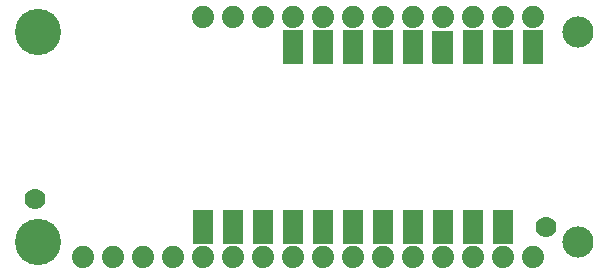
<source format=gbr>
G04 EAGLE Gerber RS-274X export*
G75*
%MOMM*%
%FSLAX34Y34*%
%LPD*%
%INSoldermask Bottom*%
%IPPOS*%
%AMOC8*
5,1,8,0,0,1.08239X$1,22.5*%
G01*
%ADD10C,2.641600*%
%ADD11C,3.911600*%
%ADD12C,1.879600*%
%ADD13C,1.778000*%
%ADD14R,1.651000X2.921000*%
%ADD15R,1.701800X1.270000*%
%ADD16R,0.304800X0.736600*%

G36*
X376038Y176546D02*
X376038Y176546D01*
X376157Y176553D01*
X376195Y176566D01*
X376236Y176571D01*
X376346Y176614D01*
X376459Y176651D01*
X376494Y176673D01*
X376531Y176688D01*
X376627Y176758D01*
X376728Y176821D01*
X376756Y176851D01*
X376789Y176874D01*
X376865Y176966D01*
X376946Y177053D01*
X376966Y177088D01*
X376991Y177119D01*
X377042Y177227D01*
X377100Y177331D01*
X377110Y177371D01*
X377127Y177407D01*
X377149Y177524D01*
X377179Y177639D01*
X377183Y177700D01*
X377187Y177720D01*
X377185Y177740D01*
X377189Y177800D01*
X377189Y203200D01*
X377174Y203318D01*
X377167Y203437D01*
X377154Y203475D01*
X377149Y203516D01*
X377106Y203626D01*
X377069Y203739D01*
X377047Y203774D01*
X377032Y203811D01*
X376963Y203907D01*
X376899Y204008D01*
X376869Y204036D01*
X376846Y204069D01*
X376754Y204145D01*
X376667Y204226D01*
X376632Y204246D01*
X376601Y204271D01*
X376493Y204322D01*
X376389Y204380D01*
X376349Y204390D01*
X376313Y204407D01*
X376196Y204429D01*
X376081Y204459D01*
X376021Y204463D01*
X376001Y204467D01*
X375980Y204465D01*
X375920Y204469D01*
X360680Y204469D01*
X360562Y204454D01*
X360443Y204447D01*
X360405Y204434D01*
X360364Y204429D01*
X360254Y204386D01*
X360141Y204349D01*
X360106Y204327D01*
X360069Y204312D01*
X359973Y204243D01*
X359872Y204179D01*
X359844Y204149D01*
X359811Y204126D01*
X359736Y204034D01*
X359654Y203947D01*
X359634Y203912D01*
X359609Y203881D01*
X359558Y203773D01*
X359500Y203669D01*
X359490Y203629D01*
X359473Y203593D01*
X359451Y203476D01*
X359421Y203361D01*
X359417Y203301D01*
X359413Y203281D01*
X359414Y203269D01*
X359413Y203265D01*
X359414Y203253D01*
X359411Y203200D01*
X359411Y177800D01*
X359426Y177682D01*
X359433Y177563D01*
X359446Y177525D01*
X359451Y177484D01*
X359494Y177374D01*
X359531Y177261D01*
X359553Y177226D01*
X359568Y177189D01*
X359638Y177093D01*
X359701Y176992D01*
X359731Y176964D01*
X359754Y176931D01*
X359846Y176856D01*
X359933Y176774D01*
X359968Y176754D01*
X359999Y176729D01*
X360107Y176678D01*
X360211Y176620D01*
X360251Y176610D01*
X360287Y176593D01*
X360404Y176571D01*
X360519Y176541D01*
X360580Y176537D01*
X360600Y176533D01*
X360620Y176535D01*
X360680Y176531D01*
X375920Y176531D01*
X376038Y176546D01*
G37*
D10*
X482600Y203200D03*
X482600Y25400D03*
D11*
X25400Y203200D03*
X25400Y25400D03*
D12*
X165100Y215900D03*
X190500Y215900D03*
X215900Y215900D03*
X241300Y215900D03*
X266700Y215900D03*
X292100Y215900D03*
X317500Y215900D03*
X342900Y215900D03*
X368300Y215900D03*
X393700Y215900D03*
X419100Y215900D03*
X444500Y215900D03*
X165100Y12700D03*
X190500Y12700D03*
X215900Y12700D03*
X241300Y12700D03*
X266700Y12700D03*
X292100Y12700D03*
X317500Y12700D03*
X342900Y12700D03*
X368300Y12700D03*
X393700Y12700D03*
X419100Y12700D03*
X444500Y12700D03*
X139700Y12700D03*
X114300Y12700D03*
X88900Y12700D03*
X63500Y12700D03*
D13*
X22860Y62230D03*
D14*
X165100Y38100D03*
X190500Y38100D03*
X215900Y38100D03*
X241300Y38100D03*
X266700Y38100D03*
X292100Y38100D03*
X317500Y38100D03*
X342900Y38100D03*
X368300Y38100D03*
X393700Y38100D03*
X419100Y38100D03*
X444500Y190500D03*
X419100Y190500D03*
X393700Y190500D03*
X342900Y190500D03*
X317500Y190500D03*
X266700Y190500D03*
X292100Y190500D03*
X241300Y190500D03*
D15*
X368300Y198120D03*
X368300Y182880D03*
D16*
X368300Y190500D03*
D13*
X455930Y38100D03*
M02*

</source>
